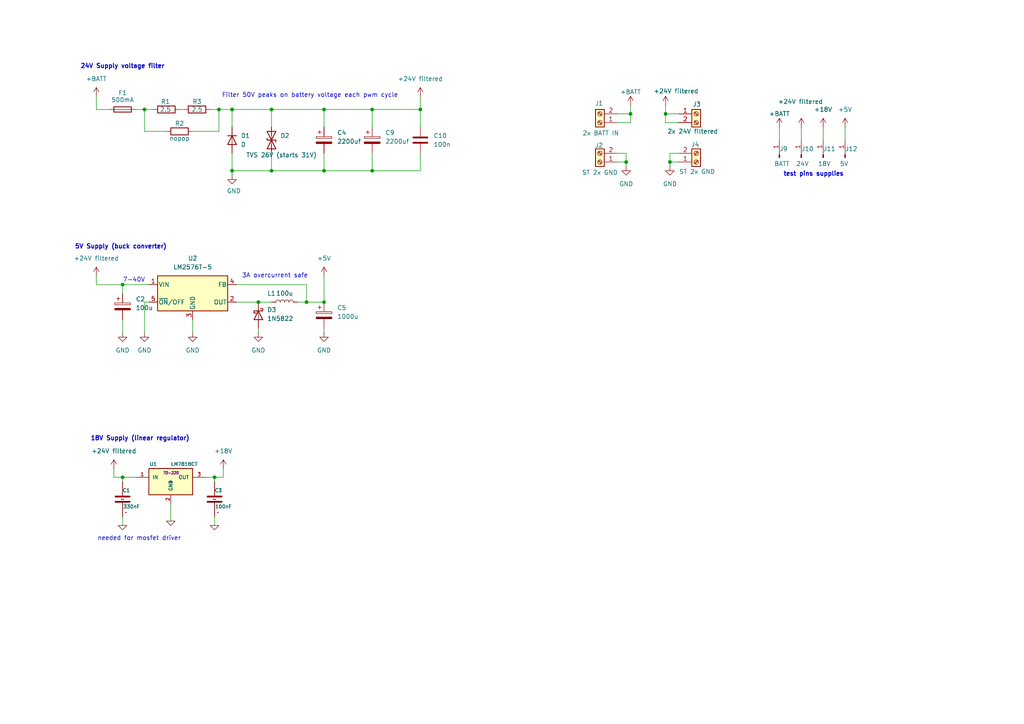
<source format=kicad_sch>
(kicad_sch (version 20231120) (generator "eeschema") (generator_version "8.0")
  (paper "A4")
  (lib_symbols
    (symbol "Connector:Conn_01x01_Pin" (pin_names (offset 1.016) hide)
      (property "Reference" "J" (at 0 2.54 0))
      (property "Value" "Conn_01x01_Pin" (at 0 -2.54 0))
      (symbol "Conn_01x01_Pin_1_1"
        (polyline (pts (xy 1.27 0) (xy 0.8636 0)) (stroke (width 0.1524)))
        (rectangle (start 0.8636 0.127) (end 0 -0.127) (stroke (width 0.1524)) (fill (type outline)))
        (pin passive line (at 5.08 0 180) (length 3.81) (name "Pin_1") (number "1"))
      )
    )
    (symbol "Connector:Screw_Terminal_01x02" (pin_names (offset 1.016) hide)
      (property "Reference" "J" (at 0 2.54 0))
      (property "Value" "Screw_Terminal_01x02" (at 0 -5.08 0))
      (symbol "Screw_Terminal_01x02_1_1"
        (rectangle (start -1.27 1.27) (end 1.27 -3.81) (stroke (width 0.254)) (fill (type background)))
        (circle (center 0 -2.54) (radius 0.635) (stroke (width 0.1524)))
        (polyline (pts (xy -0.5334 -2.2098) (xy 0.3302 -3.048)) (stroke (width 0.1524)))
        (polyline (pts (xy -0.5334 0.3302) (xy 0.3302 -0.508)) (stroke (width 0.1524)))
        (polyline (pts (xy -0.3556 -2.032) (xy 0.508 -2.8702)) (stroke (width 0.1524)))
        (polyline (pts (xy -0.3556 0.508) (xy 0.508 -0.3302)) (stroke (width 0.1524)))
        (circle (center 0 0) (radius 0.635) (stroke (width 0.1524)))
        (pin passive line (at -5.08 0 0) (length 3.81) (name "Pin_1") (number "1"))
        (pin passive line (at -5.08 -2.54 0) (length 3.81) (name "Pin_2") (number "2"))
      )
    )
    (symbol "Device:C" (pin_numbers hide) (pin_names (offset 0.254))
      (property "Reference" "C" (at 0.635 2.54 0))
      (property "Value" "C" (at 0.635 -2.54 0))
      (symbol "C_0_1"
        (polyline (pts (xy -2.032 -0.762) (xy 2.032 -0.762)) (stroke (width 0.508)))
        (polyline (pts (xy -2.032 0.762) (xy 2.032 0.762)) (stroke (width 0.508)))
      )
      (symbol "C_1_1"
        (pin passive line (at 0 3.81 270) (length 2.794) (name "~") (number "1"))
        (pin passive line (at 0 -3.81 90) (length 2.794) (name "~") (number "2"))
      )
    )
    (symbol "Device:C_Polarized" (pin_numbers hide) (pin_names (offset 0.254))
      (property "Reference" "C" (at 0.635 2.54 0))
      (property "Value" "C_Polarized" (at 0.635 -2.54 0))
      (symbol "C_Polarized_0_1"
        (rectangle (start -2.286 0.508) (end 2.286 1.016))
        (polyline (pts (xy -1.778 2.286) (xy -0.762 2.286)))
        (polyline (pts (xy -1.27 2.794) (xy -1.27 1.778)))
        (rectangle (start 2.286 -0.508) (end -2.286 -1.016) (fill (type outline)))
      )
      (symbol "C_Polarized_1_1"
        (pin passive line (at 0 3.81 270) (length 2.794) (name "~") (number "1"))
        (pin passive line (at 0 -3.81 90) (length 2.794) (name "~") (number "2"))
      )
    )
    (symbol "Device:D" (pin_numbers hide) (pin_names (offset 1.016) hide)
      (property "Reference" "D" (at 0 2.54 0))
      (property "Value" "D" (at 0 -2.54 0))
      (symbol "D_0_1"
        (polyline (pts (xy -1.27 1.27) (xy -1.27 -1.27)) (stroke (width 0.254)))
        (polyline (pts (xy 1.27 0) (xy -1.27 0)))
        (polyline (pts (xy 1.27 1.27) (xy 1.27 -1.27) (xy -1.27 0) (xy 1.27 1.27)) (stroke (width 0.254)))
      )
      (symbol "D_1_1"
        (pin passive line (at -3.81 0 0) (length 2.54) (name "K") (number "1"))
        (pin passive line (at 3.81 0 180) (length 2.54) (name "A") (number "2"))
      )
    )
    (symbol "Device:Fuse" (pin_numbers hide) (pin_names (offset 0))
      (property "Reference" "F" (at 2.032 0 90))
      (property "Value" "Fuse" (at -1.905 0 90))
      (symbol "Fuse_0_1"
        (rectangle (start -0.762 -2.54) (end 0.762 2.54) (stroke (width 0.254)))
        (polyline (pts (xy 0 2.54) (xy 0 -2.54)))
      )
      (symbol "Fuse_1_1"
        (pin passive line (at 0 3.81 270) (length 1.27) (name "~") (number "1"))
        (pin passive line (at 0 -3.81 90) (length 1.27) (name "~") (number "2"))
      )
    )
    (symbol "Device:L" (pin_numbers hide) (pin_names (offset 1.016) hide)
      (property "Reference" "L" (at -1.27 0 90))
      (property "Value" "L" (at 1.905 0 90))
      (symbol "L_0_1"
        (arc (start 0 -2.54) (mid 0.6323 -1.905) (end 0 -1.27))
        (arc (start 0 -1.27) (mid 0.6323 -0.635) (end 0 0))
        (arc (start 0 0) (mid 0.6323 0.635) (end 0 1.27))
        (arc (start 0 1.27) (mid 0.6323 1.905) (end 0 2.54))
      )
      (symbol "L_1_1"
        (pin passive line (at 0 3.81 270) (length 1.27) (name "1") (number "1"))
        (pin passive line (at 0 -3.81 90) (length 1.27) (name "2") (number "2"))
      )
    )
    (symbol "Device:R" (pin_numbers hide) (pin_names (offset 0))
      (property "Reference" "R" (at 2.032 0 90))
      (property "Value" "R" (at 0 0 90))
      (symbol "R_0_1"
        (rectangle (start -1.016 -2.54) (end 1.016 2.54) (stroke (width 0.254)))
      )
      (symbol "R_1_1"
        (pin passive line (at 0 3.81 270) (length 1.27) (name "~") (number "1"))
        (pin passive line (at 0 -3.81 90) (length 1.27) (name "~") (number "2"))
      )
    )
    (symbol "Diode:1.5KExxCA" (pin_numbers hide) (pin_names (offset 1.016) hide)
      (property "Reference" "D" (at 0 2.54 0))
      (property "Value" "1.5KExxCA" (at 0 -2.54 0))
      (symbol "1.5KExxCA_0_1"
        (polyline (pts (xy 1.27 0) (xy -1.27 0)))
        (polyline (pts (xy -2.54 -1.27) (xy 0 0) (xy -2.54 1.27) (xy -2.54 -1.27)) (stroke (width 0.254)))
        (polyline (pts (xy 0.508 1.27) (xy 0 1.27) (xy 0 -1.27) (xy -0.508 -1.27)) (stroke (width 0.254)))
        (polyline (pts (xy 2.54 1.27) (xy 2.54 -1.27) (xy 0 0) (xy 2.54 1.27)) (stroke (width 0.254)))
      )
      (symbol "1.5KExxCA_1_1"
        (pin passive line (at -3.81 0 0) (length 2.54) (name "A1") (number "1"))
        (pin passive line (at 3.81 0 180) (length 2.54) (name "A2") (number "2"))
      )
    )
    (symbol "Diode:1N5822" (pin_numbers hide) (pin_names (offset 1.016) hide)
      (property "Reference" "D" (at 0 2.54 0))
      (property "Value" "1N5822" (at 0 -2.54 0))
      (symbol "1N5822_0_1"
        (polyline (pts (xy 1.27 0) (xy -1.27 0)))
        (polyline (pts (xy 1.27 1.27) (xy 1.27 -1.27) (xy -1.27 0) (xy 1.27 1.27)) (stroke (width 0.254)))
        (polyline (pts (xy -1.905 0.635) (xy -1.905 1.27) (xy -1.27 1.27) (xy -1.27 -1.27) (xy -0.635 -1.27) (xy -0.635 -0.635)) (stroke (width 0.254)))
      )
      (symbol "1N5822_1_1"
        (pin passive line (at -3.81 0 0) (length 2.54) (name "K") (number "1"))
        (pin passive line (at 3.81 0 180) (length 2.54) (name "A") (number "2"))
      )
    )
    (symbol "Regulator_Switching:LM2576T-5" (pin_names (offset 0.254))
      (property "Reference" "U" (at -10.16 6.35 0))
      (property "Value" "LM2576T-5" (at 0 6.35 0))
      (symbol "LM2576T-5_0_1"
        (rectangle (start -10.16 5.08) (end 10.16 -5.08) (stroke (width 0.254)) (fill (type background)))
      )
      (symbol "LM2576T-5_1_1"
        (pin power_in line (at -12.7 2.54 0) (length 2.54) (name "VIN") (number "1"))
        (pin output line (at 12.7 -2.54 180) (length 2.54) (name "OUT") (number "2"))
        (pin power_in line (at 0 -7.62 90) (length 2.54) (name "GND") (number "3"))
        (pin input line (at 12.7 2.54 180) (length 2.54) (name "FB") (number "4"))
        (pin input line (at -12.7 -2.54 0) (length 2.54) (name "~{ON}/OFF") (number "5"))
      )
    )
    (symbol "power:+15V" (power) (pin_numbers hide) (pin_names (offset 0) hide)
      (property "Value" "+15V" (at 0 3.556 0))
      (symbol "+15V_0_1"
        (polyline (pts (xy -0.762 1.27) (xy 0 2.54)))
        (polyline (pts (xy 0 0) (xy 0 2.54)))
        (polyline (pts (xy 0 2.54) (xy 0.762 1.27)))
      )
      (symbol "+15V_1_1"
        (pin power_in line (at 0 0 90) (length 0) (name "~") (number "1"))
      )
    )
    (symbol "power:+24V" (power) (pin_numbers hide) (pin_names (offset 0) hide)
      (property "Value" "+24V" (at 0 3.556 0))
      (symbol "+24V_0_1"
        (polyline (pts (xy -0.762 1.27) (xy 0 2.54)))
        (polyline (pts (xy 0 0) (xy 0 2.54)))
        (polyline (pts (xy 0 2.54) (xy 0.762 1.27)))
      )
      (symbol "+24V_1_1"
        (pin power_in line (at 0 0 90) (length 0) (name "~") (number "1"))
      )
    )
    (symbol "power:+5V" (power) (pin_numbers hide) (pin_names (offset 0) hide)
      (property "Value" "+5V" (at 0 3.556 0))
      (symbol "+5V_0_1"
        (polyline (pts (xy -0.762 1.27) (xy 0 2.54)))
        (polyline (pts (xy 0 0) (xy 0 2.54)))
        (polyline (pts (xy 0 2.54) (xy 0.762 1.27)))
      )
      (symbol "+5V_1_1"
        (pin power_in line (at 0 0 90) (length 0) (name "~") (number "1"))
      )
    )
    (symbol "power:+BATT" (power) (pin_numbers hide) (pin_names (offset 0) hide)
      (property "Value" "+BATT" (at 0 3.556 0))
      (symbol "+BATT_0_1"
        (polyline (pts (xy -0.762 1.27) (xy 0 2.54)))
        (polyline (pts (xy 0 0) (xy 0 2.54)))
        (polyline (pts (xy 0 2.54) (xy 0.762 1.27)))
      )
      (symbol "+BATT_1_1"
        (pin power_in line (at 0 0 90) (length 0) (name "~") (number "1"))
      )
    )
    (symbol "power:GND" (power) (pin_numbers hide) (pin_names (offset 0) hide)
      (property "Value" "GND" (at 0 -3.81 0))
      (symbol "GND_0_1"
        (polyline (pts (xy 0 0) (xy 0 -1.27) (xy 1.27 -1.27) (xy 0 -2.54) (xy -1.27 -1.27) (xy 0 -1.27)))
      )
      (symbol "GND_1_1"
        (pin power_in line (at 0 0 270) (length 0) (name "~") (number "1"))
      )
    )
    (symbol "treiber-rescue:C" (pin_numbers hide) (pin_names (offset 0.254))
      (property "Reference" "C" (at 0 2.54 0))
      (property "Value" "C" (at 0.1524 -2.159 0))
      (symbol "C_0_1"
        (polyline (pts (xy -2.032 -0.762) (xy 2.032 -0.762)) (stroke (width 0.508)))
        (polyline (pts (xy -2.032 0.762) (xy 2.032 0.762)) (stroke (width 0.508)))
      )
      (symbol "C_1_1"
        (pin passive line (at 0 5.08 270) (length 4.318) (name "~") (number "1"))
        (pin passive line (at 0 -5.08 90) (length 4.318) (name "~") (number "2"))
      )
    )
    (symbol "treiber-rescue:GND" (power) (pin_names (offset 0))
      (symbol "GND_0_1"
        (polyline (pts (xy -1.27 0) (xy 0 -1.27) (xy 1.27 0) (xy -1.27 0)))
      )
      (symbol "GND_1_1"
        (pin power_in line (at 0 0 90) (length 0) hide (name "GND") (number "1"))
      )
    )
    (symbol "treiber-rescue:LM7818CT" (pin_names (offset 1.016))
      (property "Reference" "U" (at -5.08 5.08 0))
      (property "Value" "LM7818CT" (at 0 5.08 0))
      (property "Footprint" "TO-220" (at 0 2.54 0))
      (symbol "LM7818CT_0_1"
        (rectangle (start -6.35 3.81) (end 6.35 -3.81) (stroke (width 0.254)) (fill (type background)))
      )
      (symbol "LM7818CT_1_1"
        (pin input line (at -10.16 1.27 0) (length 3.81) (name "IN") (number "1"))
        (pin power_in line (at 0 -6.35 90) (length 2.54) (name "GND") (number "2"))
        (pin power_out line (at 10.16 1.27 180) (length 3.81) (name "OUT") (number "3"))
      )
    )
  )
  (junction (at 35.56 138.43))
  (junction (at 107.95 49.53))
  (junction (at 67.31 31.75))
  (junction (at 182.88 33.02))
  (junction (at 121.92 31.75))
  (junction (at 78.74 31.75))
  (junction (at 93.98 49.53))
  (junction (at 93.98 87.63))
  (junction (at 194.31 46.99))
  (junction (at 88.9 87.63))
  (junction (at 41.91 31.75))
  (junction (at 107.95 31.75))
  (junction (at 78.74 49.53))
  (junction (at 93.98 31.75))
  (junction (at 62.23 138.43))
  (junction (at 193.04 33.02))
  (junction (at 74.93 87.63))
  (junction (at 35.56 82.55))
  (junction (at 181.61 46.99))
  (junction (at 67.31 49.53))
  (junction (at 63.5 31.75))
  (wire (pts (xy 67.31 31.75) (xy 67.31 36.83)))
  (wire (pts (xy 193.04 30.48) (xy 193.04 33.02)))
  (wire (pts (xy 41.91 31.75) (xy 44.45 31.75)))
  (wire (pts (xy 86.36 87.63) (xy 88.9 87.63)))
  (wire (pts (xy 193.04 33.02) (xy 196.85 33.02)))
  (wire (pts (xy 35.56 139.7) (xy 35.56 138.43)))
  (wire (pts (xy 194.31 44.45) (xy 196.85 44.45)))
  (wire (pts (xy 67.31 49.53) (xy 67.31 44.45)))
  (wire (pts (xy 41.91 38.1) (xy 41.91 31.75)))
  (wire (pts (xy 41.91 87.63) (xy 43.18 87.63)))
  (wire (pts (xy 27.94 27.94) (xy 27.94 31.75)))
  (wire (pts (xy 35.56 82.55) (xy 35.56 85.09)))
  (wire (pts (xy 78.74 31.75) (xy 78.74 36.83)))
  (wire (pts (xy 63.5 38.1) (xy 63.5 31.75)))
  (wire (pts (xy 181.61 48.26) (xy 181.61 46.99)))
  (wire (pts (xy 93.98 31.75) (xy 78.74 31.75)))
  (wire (pts (xy 67.31 49.53) (xy 67.31 50.8)))
  (wire (pts (xy 67.31 31.75) (xy 78.74 31.75)))
  (wire (pts (xy 196.85 35.56) (xy 193.04 35.56)))
  (wire (pts (xy 107.95 31.75) (xy 121.92 31.75)))
  (wire (pts (xy 55.88 38.1) (xy 63.5 38.1)))
  (wire (pts (xy 27.94 80.01) (xy 27.94 82.55)))
  (wire (pts (xy 48.26 38.1) (xy 41.91 38.1)))
  (wire (pts (xy 78.74 44.45) (xy 78.74 49.53)))
  (wire (pts (xy 193.04 35.56) (xy 193.04 33.02)))
  (wire (pts (xy 181.61 44.45) (xy 179.07 44.45)))
  (wire (pts (xy 52.07 31.75) (xy 53.34 31.75)))
  (wire (pts (xy 74.93 87.63) (xy 78.74 87.63)))
  (wire (pts (xy 238.76 36.83) (xy 238.76 40.64)))
  (wire (pts (xy 182.88 30.48) (xy 182.88 33.02)))
  (wire (pts (xy 35.56 152.4) (xy 35.56 149.86)))
  (wire (pts (xy 93.98 95.25) (xy 93.98 96.52)))
  (wire (pts (xy 121.92 44.45) (xy 121.92 49.53)))
  (wire (pts (xy 93.98 31.75) (xy 93.98 36.83)))
  (wire (pts (xy 62.23 138.43) (xy 62.23 139.7)))
  (wire (pts (xy 182.88 35.56) (xy 182.88 33.02)))
  (wire (pts (xy 27.94 82.55) (xy 35.56 82.55)))
  (wire (pts (xy 74.93 95.25) (xy 74.93 96.52)))
  (wire (pts (xy 179.07 46.99) (xy 181.61 46.99)))
  (wire (pts (xy 121.92 27.94) (xy 121.92 31.75)))
  (wire (pts (xy 232.41 36.83) (xy 232.41 40.64)))
  (wire (pts (xy 88.9 87.63) (xy 93.98 87.63)))
  (wire (pts (xy 41.91 96.52) (xy 41.91 87.63)))
  (wire (pts (xy 55.88 92.71) (xy 55.88 96.52)))
  (wire (pts (xy 39.37 31.75) (xy 41.91 31.75)))
  (wire (pts (xy 60.96 31.75) (xy 63.5 31.75)))
  (wire (pts (xy 93.98 80.01) (xy 93.98 87.63)))
  (wire (pts (xy 35.56 92.71) (xy 35.56 96.52)))
  (wire (pts (xy 88.9 82.55) (xy 88.9 87.63)))
  (wire (pts (xy 67.31 49.53) (xy 78.74 49.53)))
  (wire (pts (xy 27.94 31.75) (xy 31.75 31.75)))
  (wire (pts (xy 179.07 35.56) (xy 182.88 35.56)))
  (wire (pts (xy 74.93 87.63) (xy 68.58 87.63)))
  (wire (pts (xy 62.23 149.86) (xy 62.23 152.4)))
  (wire (pts (xy 63.5 31.75) (xy 67.31 31.75)))
  (wire (pts (xy 35.56 82.55) (xy 43.18 82.55)))
  (wire (pts (xy 35.56 138.43) (xy 39.37 138.43)))
  (wire (pts (xy 107.95 31.75) (xy 93.98 31.75)))
  (wire (pts (xy 194.31 44.45) (xy 194.31 46.99)))
  (wire (pts (xy 59.69 138.43) (xy 62.23 138.43)))
  (wire (pts (xy 182.88 33.02) (xy 179.07 33.02)))
  (wire (pts (xy 68.58 82.55) (xy 88.9 82.55)))
  (wire (pts (xy 121.92 49.53) (xy 107.95 49.53)))
  (wire (pts (xy 33.02 138.43) (xy 35.56 138.43)))
  (wire (pts (xy 93.98 44.45) (xy 93.98 49.53)))
  (wire (pts (xy 107.95 31.75) (xy 107.95 36.83)))
  (wire (pts (xy 181.61 46.99) (xy 181.61 44.45)))
  (wire (pts (xy 64.77 138.43) (xy 64.77 135.89)))
  (wire (pts (xy 226.06 36.83) (xy 226.06 40.64)))
  (wire (pts (xy 33.02 135.89) (xy 33.02 138.43)))
  (wire (pts (xy 107.95 44.45) (xy 107.95 49.53)))
  (wire (pts (xy 107.95 49.53) (xy 93.98 49.53)))
  (wire (pts (xy 49.53 146.05) (xy 49.53 151.13)))
  (wire (pts (xy 93.98 49.53) (xy 78.74 49.53)))
  (wire (pts (xy 194.31 46.99) (xy 194.31 48.26)))
  (wire (pts (xy 62.23 138.43) (xy 64.77 138.43)))
  (wire (pts (xy 245.11 36.83) (xy 245.11 40.64)))
  (wire (pts (xy 121.92 31.75) (xy 121.92 36.83)))
  (wire (pts (xy 194.31 46.99) (xy 196.85 46.99)))
  (text "test pins supplies" (at 235.966 50.546 0) (effects (font (size 1.27 1.27) (thickness 0.254) (bold yes))))
  (text "3A overcurrent safe" (at 79.756 80.01 0) (effects (font (size 1.27 1.27))))
  (text "Filter 50V peaks on battery voltage each pwm cycle" (at 89.916 27.686 0) (effects (font (size 1.27 1.27))))
  (text "7-40V" (at 38.862 81.28 0) (effects (font (size 1.27 1.27))))
  (text "5V Supply (buck converter)" (at 35.052 71.628 0) (effects (font (size 1.27 1.27) (thickness 0.254) (bold yes))))
  (text "needed for mosfet driver" (at 40.386 156.21 0) (effects (font (size 1.27 1.27))))
  (text "24V Supply voltage filter" (at 35.56 19.304 0) (effects (font (size 1.27 1.27) (thickness 0.254) (bold yes))))
  (text "18V Supply (linear regulator)" (at 40.64 127.254 0) (effects (font (size 1.27 1.27) (thickness 0.254) (bold yes))))
  (symbol (lib_id "power:+5V") (at 245.11 36.83 0) (unit 1)
    (property "Reference" "#PWR054" (effects (hide yes)))
    (property "Value" "+5V" (at 245.11 31.75 0))
    (property "Description" "Power symbol creates a global label with name \"+5V\"" (effects (hide yes)))
  )
  (symbol (lib_id "power:+15V") (at 64.77 135.89 0) (unit 1)
    (property "Reference" "#PWR010" (effects (hide yes)))
    (property "Value" "+18V" (at 64.77 130.81 0))
    (property "Description" "Power symbol creates a global label with name \"+15V\"" (effects (hide yes)))
  )
  (symbol (lib_id "Connector:Conn_01x01_Pin") (at 238.76 45.72 90) (unit 1)
    (property "Reference" "J11" (at 238.76 43.18 90) (effects (justify right)))
    (property "Value" "18V" (at 237.236 47.498 90) (effects (justify right)))
    (property "Description" "Generic connector, single row, 01x01, script generated" (effects (hide yes)))
  )
  (symbol (lib_id "Device:C") (at 121.92 40.64 0) (unit 1)
    (property "Reference" "C10" (at 125.73 39.3699 0) (effects (justify left)))
    (property "Value" "100n" (at 125.73 41.9099 0) (effects (justify left)))
    (property "Description" "Unpolarized capacitor" (effects (hide yes)))
  )
  (symbol (lib_id "Device:C_Polarized") (at 35.56 88.9 0) (unit 1)
    (property "Reference" "C2" (at 39.37 86.7409 0) (effects (justify left)))
    (property "Value" "100u" (at 39.37 89.2809 0) (effects (justify left)))
    (property "Description" "Polarized capacitor" (effects (hide yes)))
  )
  (symbol (lib_id "treiber-rescue:GND") (at 49.53 151.13 0) (unit 1)
    (property "Reference" "#PWR07" (effects (hide yes)))
    (property "Value" "GND" (effects (hide yes)))
  )
  (symbol (lib_id "power:+BATT") (at 27.94 27.94 0) (unit 1)
    (property "Reference" "#PWR01" (effects (hide yes)))
    (property "Value" "+BATT" (at 27.94 22.86 0))
    (property "Description" "Power symbol creates a global label with name \"+BATT\"" (effects (hide yes)))
  )
  (symbol (lib_id "power:+24V") (at 33.02 135.89 0) (unit 1)
    (property "Reference" "#PWR03" (effects (hide yes)))
    (property "Value" "+24V filtered" (at 33.02 130.81 0))
    (property "Description" "Power symbol creates a global label with name \"+24V\"" (effects (hide yes)))
  )
  (symbol (lib_id "Device:L") (at 82.55 87.63 90) (unit 1)
    (property "Reference" "L1" (at 78.74 85.09 90))
    (property "Value" "100u" (at 82.55 85.09 90))
    (property "Description" "Inductor" (effects (hide yes)))
  )
  (symbol (lib_id "Connector:Screw_Terminal_01x02") (at 173.99 35.56 180) (unit 1)
    (property "Reference" "J1" (at 173.736 29.972 0))
    (property "Value" "2x BATT IN" (at 174.244 38.608 0))
    (property "Description" "Generic screw terminal, single row, 01x02, script generated (kicad-library-utils/schlib/autogen/connector/)" (effects (hide yes)))
  )
  (symbol (lib_id "power:+15V") (at 238.76 36.83 0) (unit 1)
    (property "Reference" "#PWR053" (effects (hide yes)))
    (property "Value" "+18V" (at 238.76 31.75 0))
    (property "Description" "Power symbol creates a global label with name \"+15V\"" (effects (hide yes)))
  )
  (symbol (lib_id "treiber-rescue:GND") (at 62.23 152.4 0) (unit 1)
    (property "Reference" "#PWR09" (effects (hide yes)))
    (property "Value" "GND" (effects (hide yes)))
  )
  (symbol (lib_id "Device:R") (at 57.15 31.75 90) (unit 1)
    (property "Reference" "R3" (at 57.15 29.464 90))
    (property "Value" "2.5" (at 57.15 31.75 90))
    (property "Description" "Resistor" (effects (hide yes)))
  )
  (symbol (lib_id "Device:C_Polarized") (at 107.95 40.64 0) (unit 1)
    (property "Reference" "C9" (at 111.76 38.4809 0) (effects (justify left)))
    (property "Value" "2200uf" (at 111.76 41.0209 0) (effects (justify left)))
    (property "Description" "Polarized capacitor" (effects (hide yes)))
  )
  (symbol (lib_id "Connector:Screw_Terminal_01x02") (at 201.93 33.02 0) (unit 1)
    (property "Reference" "J3" (at 200.914 30.226 0) (effects (justify left)))
    (property "Value" "2x 24V filtered" (at 193.548 38.1 0) (effects (justify left)))
    (property "Description" "Generic screw terminal, single row, 01x02, script generated (kicad-library-utils/schlib/autogen/connector/)" (effects (hide yes)))
  )
  (symbol (lib_id "Connector:Conn_01x01_Pin") (at 232.41 45.72 90) (unit 1)
    (property "Reference" "J10" (at 232.41 43.18 90) (effects (justify right)))
    (property "Value" "24V" (at 230.886 47.498 90) (effects (justify right)))
    (property "Description" "Generic connector, single row, 01x01, script generated" (effects (hide yes)))
  )
  (symbol (lib_id "treiber-rescue:C") (at 35.56 144.78 0) (unit 1)
    (property "Reference" "C1" (at 35.56 142.24 0) (effects (font (size 1.016 1.016)) (justify left)))
    (property "Value" "330nF" (at 35.7124 146.939 0) (effects (font (size 1.016 1.016)) (justify left)))
    (property "Footprint" "~" (at 36.5252 148.59 0) (effects (font (size 0.762 0.762))))
    (property "Datasheet" "~" (at 35.56 144.78 0) (effects (font (size 1.524 1.524))))
  )
  (symbol (lib_id "Connector:Screw_Terminal_01x02") (at 173.99 46.99 180) (unit 1)
    (property "Reference" "J2" (at 173.736 42.164 0))
    (property "Value" "ST 2x GND" (at 173.99 50.038 0))
    (property "Description" "Generic screw terminal, single row, 01x02, script generated (kicad-library-utils/schlib/autogen/connector/)" (effects (hide yes)))
  )
  (symbol (lib_id "Connector:Screw_Terminal_01x02") (at 201.93 46.99 0) (mirror x) (unit 1)
    (property "Reference" "J4" (at 201.676 41.91 0))
    (property "Value" "ST 2x GND" (at 202.184 49.784 0))
    (property "Description" "Generic screw terminal, single row, 01x02, script generated (kicad-library-utils/schlib/autogen/connector/)" (effects (hide yes)))
  )
  (symbol (lib_id "power:+BATT") (at 182.88 30.48 0) (unit 1)
    (property "Reference" "#PWR012" (effects (hide yes)))
    (property "Value" "+BATT" (at 182.88 26.67 0))
    (property "Description" "Power symbol creates a global label with name \"+BATT\"" (effects (hide yes)))
  )
  (symbol (lib_id "power:GND") (at 93.98 96.52 0) (unit 1)
    (property "Reference" "#PWR025" (effects (hide yes)))
    (property "Value" "GND" (at 93.98 101.6 0))
    (property "Description" "Power symbol creates a global label with name \"GND\" , ground" (effects (hide yes)))
  )
  (symbol (lib_id "power:+BATT") (at 226.06 36.83 0) (unit 1)
    (property "Reference" "#PWR051" (effects (hide yes)))
    (property "Value" "+BATT" (at 226.06 33.02 0))
    (property "Description" "Power symbol creates a global label with name \"+BATT\"" (effects (hide yes)))
  )
  (symbol (lib_id "Device:C_Polarized") (at 93.98 40.64 0) (unit 1)
    (property "Reference" "C4" (at 97.79 38.4809 0) (effects (justify left)))
    (property "Value" "2200uf" (at 97.79 41.0209 0) (effects (justify left)))
    (property "Description" "Polarized capacitor" (effects (hide yes)))
  )
  (symbol (lib_id "power:GND") (at 41.91 96.52 0) (unit 1)
    (property "Reference" "#PWR06" (effects (hide yes)))
    (property "Value" "GND" (at 41.91 101.6 0))
    (property "Description" "Power symbol creates a global label with name \"GND\" , ground" (effects (hide yes)))
  )
  (symbol (lib_id "Device:C_Polarized") (at 93.98 91.44 0) (unit 1)
    (property "Reference" "C5" (at 97.79 89.2809 0) (effects (justify left)))
    (property "Value" "1000u" (at 97.79 91.8209 0) (effects (justify left)))
    (property "Description" "Polarized capacitor" (effects (hide yes)))
  )
  (symbol (lib_id "Device:R") (at 52.07 38.1 90) (unit 1)
    (property "Reference" "R2" (at 52.07 35.814 90))
    (property "Value" "nopop" (at 52.07 40.132 90))
    (property "Description" "Resistor" (effects (hide yes)))
  )
  (symbol (lib_id "power:+24V") (at 193.04 30.48 0) (unit 1)
    (property "Reference" "#PWR013" (effects (hide yes)))
    (property "Value" "+24V filtered" (at 196.088 26.416 0))
    (property "Description" "Power symbol creates a global label with name \"+24V\"" (effects (hide yes)))
  )
  (symbol (lib_id "power:GND") (at 74.93 96.52 0) (unit 1)
    (property "Reference" "#PWR023" (effects (hide yes)))
    (property "Value" "GND" (at 74.93 101.6 0))
    (property "Description" "Power symbol creates a global label with name \"GND\" , ground" (effects (hide yes)))
  )
  (symbol (lib_id "power:GND") (at 35.56 96.52 0) (unit 1)
    (property "Reference" "#PWR05" (effects (hide yes)))
    (property "Value" "GND" (at 35.56 101.6 0))
    (property "Description" "Power symbol creates a global label with name \"GND\" , ground" (effects (hide yes)))
  )
  (symbol (lib_id "treiber-rescue:LM7818CT") (at 49.53 139.7 0) (unit 1)
    (property "Reference" "U1" (at 44.45 134.62 0) (effects (font (size 1.016 1.016))))
    (property "Value" "LM7818CT" (at 49.53 134.62 0) (effects (font (size 1.016 1.016)) (justify left)))
    (property "Footprint" "TO-220" (at 49.53 137.16 0) (effects (font (size 0.762 0.762) (italic yes))))
    (property "Datasheet" "~" (at 49.53 139.7 0) (effects (font (size 1.524 1.524))))
  )
  (symbol (lib_id "power:GND") (at 67.31 50.8 0) (unit 1)
    (property "Reference" "#PWR022" (effects (hide yes)))
    (property "Value" "GND" (at 67.818 55.372 0))
    (property "Description" "Power symbol creates a global label with name \"GND\" , ground" (effects (hide yes)))
  )
  (symbol (lib_id "Device:R") (at 48.26 31.75 90) (unit 1)
    (property "Reference" "R1" (at 48.006 29.464 90))
    (property "Value" "2.5" (at 48.006 31.75 90))
    (property "Description" "Resistor" (effects (hide yes)))
  )
  (symbol (lib_id "treiber-rescue:GND") (at 35.56 152.4 0) (unit 1)
    (property "Reference" "#PWR04" (effects (hide yes)))
    (property "Value" "GND" (effects (hide yes)))
  )
  (symbol (lib_id "power:GND") (at 181.61 48.26 0) (unit 1)
    (property "Reference" "#PWR011" (effects (hide yes)))
    (property "Value" "GND" (at 181.61 53.34 0))
    (property "Description" "Power symbol creates a global label with name \"GND\" , ground" (effects (hide yes)))
  )
  (symbol (lib_id "Diode:1.5KExxCA") (at 78.74 40.64 90) (unit 1)
    (property "Reference" "D2" (at 81.28 39.3699 90) (effects (justify right)))
    (property "Value" "TVS 26V (starts 31V)" (at 71.374 44.958 90) (effects (justify right)))
    (property "Footprint" "Diode_THT:D_DO-201AE_P15.24mm_Horizontal" (effects (hide yes)))
    (property "Datasheet" "https://www.vishay.com/docs/88301/15ke.pdf" (effects (hide yes)))
    (property "Description" "1500W bidirectional TVS diode, DO-201AE" (effects (hide yes)))
    (property "Sim.Device" "SPICE" (effects (hide yes)))
  )
  (symbol (lib_id "Diode:1N5822") (at 74.93 91.44 270) (unit 1)
    (property "Reference" "D3" (at 77.47 89.8524 90) (effects (justify left)))
    (property "Value" "1N5822" (at 77.47 92.3924 90) (effects (justify left)))
    (property "Footprint" "Diode_THT:D_DO-201AD_P15.24mm_Horizontal" (effects (hide yes)))
    (property "Datasheet" "http://www.vishay.com/docs/88526/1n5820.pdf" (effects (hide yes)))
    (property "Description" "40V 3A Schottky Barrier Rectifier Diode, DO-201AD" (effects (hide yes)))
  )
  (symbol (lib_id "Regulator_Switching:LM2576T-5") (at 55.88 85.09 0) (unit 1)
    (property "Reference" "U2" (at 55.88 74.93 0))
    (property "Value" "LM2576T-5" (at 55.88 77.47 0))
    (property "Footprint" "Package_TO_SOT_THT:TO-220-5_Vertical" (effects (hide yes)))
    (property "Datasheet" "http://www.ti.com/lit/ds/symlink/lm2576.pdf" (effects (hide yes)))
    (property "Description" "5V, 3A SIMPLE SWITCHER® Step-Down Voltage Regulator, TO-220-5" (effects (hide yes)))
  )
  (symbol (lib_id "power:+24V") (at 232.41 36.83 0) (unit 1)
    (property "Reference" "#PWR052" (effects (hide yes)))
    (property "Value" "+24V filtered" (at 232.156 29.464 0))
    (property "Description" "Power symbol creates a global label with name \"+24V\"" (effects (hide yes)))
  )
  (symbol (lib_id "power:+24V") (at 121.92 27.94 0) (unit 1)
    (property "Reference" "#PWR026" (effects (hide yes)))
    (property "Value" "+24V filtered" (at 121.92 22.86 0))
    (property "Description" "Power symbol creates a global label with name \"+24V\"" (effects (hide yes)))
  )
  (symbol (lib_id "power:GND") (at 194.31 48.26 0) (mirror y) (unit 1)
    (property "Reference" "#PWR014" (effects (hide yes)))
    (property "Value" "GND" (at 194.31 53.34 0))
    (property "Description" "Power symbol creates a global label with name \"GND\" , ground" (effects (hide yes)))
  )
  (symbol (lib_id "treiber-rescue:C") (at 62.23 144.78 0) (unit 1)
    (property "Reference" "C3" (at 62.23 142.24 0) (effects (font (size 1.016 1.016)) (justify left)))
    (property "Value" "100nF" (at 62.3824 146.939 0) (effects (font (size 1.016 1.016)) (justify left)))
    (property "Footprint" "~" (at 63.1952 148.59 0) (effects (font (size 0.762 0.762))))
    (property "Datasheet" "~" (at 62.23 144.78 0) (effects (font (size 1.524 1.524))))
  )
  (symbol (lib_id "Connector:Conn_01x01_Pin") (at 245.11 45.72 90) (unit 1)
    (property "Reference" "J12" (at 245.11 43.18 90) (effects (justify right)))
    (property "Value" "5V" (at 243.586 47.498 90) (effects (justify right)))
    (property "Description" "Generic connector, single row, 01x01, script generated" (effects (hide yes)))
  )
  (symbol (lib_id "Device:D") (at 67.31 40.64 270) (unit 1)
    (property "Reference" "D1" (at 69.85 39.3699 90) (effects (justify left)))
    (property "Value" "D" (at 69.85 41.9099 90) (effects (justify left)))
    (property "Description" "Diode" (effects (hide yes)))
    (property "Sim.Device" "D" (effects (hide yes)))
    (property "Sim.Pins" "1=K 2=A" (effects (hide yes)))
  )
  (symbol (lib_id "Device:Fuse") (at 35.56 31.75 90) (unit 1)
    (property "Reference" "F1" (at 35.56 26.924 90))
    (property "Value" "500mA" (at 35.56 28.956 90))
    (property "Description" "Fuse" (effects (hide yes)))
  )
  (symbol (lib_id "power:GND") (at 55.88 96.52 0) (unit 1)
    (property "Reference" "#PWR08" (effects (hide yes)))
    (property "Value" "GND" (at 55.88 101.6 0))
    (property "Description" "Power symbol creates a global label with name \"GND\" , ground" (effects (hide yes)))
  )
  (symbol (lib_id "power:+5V") (at 93.98 80.01 0) (unit 1)
    (property "Reference" "#PWR024" (effects (hide yes)))
    (property "Value" "+5V" (at 93.98 74.93 0))
    (property "Description" "Power symbol creates a global label with name \"+5V\"" (effects (hide yes)))
  )
  (symbol (lib_id "power:+24V") (at 27.94 80.01 0) (unit 1)
    (property "Reference" "#PWR02" (effects (hide yes)))
    (property "Value" "+24V filtered" (at 27.94 74.93 0))
    (property "Description" "Power symbol creates a global label with name \"+24V\"" (effects (hide yes)))
  )
  (symbol (lib_id "Connector:Conn_01x01_Pin") (at 226.06 45.72 90) (unit 1)
    (property "Reference" "J9" (at 226.06 43.18 90) (effects (justify right)))
    (property "Value" "BATT" (at 224.536 47.498 90) (effects (justify right)))
    (property "Description" "Generic connector, single row, 01x01, script generated" (effects (hide yes)))
  )
)
</source>
